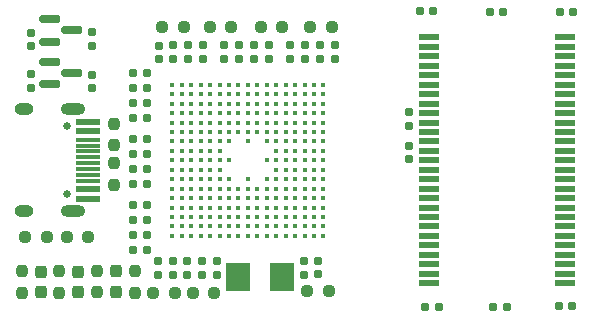
<source format=gts>
G04 #@! TF.GenerationSoftware,KiCad,Pcbnew,(6.0.11-0)*
G04 #@! TF.CreationDate,2023-03-08T20:48:50+08:00*
G04 #@! TF.ProjectId,slimarm_classic_2410,736c696d-6172-46d5-9f63-6c6173736963,rev?*
G04 #@! TF.SameCoordinates,Original*
G04 #@! TF.FileFunction,Soldermask,Top*
G04 #@! TF.FilePolarity,Negative*
%FSLAX46Y46*%
G04 Gerber Fmt 4.6, Leading zero omitted, Abs format (unit mm)*
G04 Created by KiCad (PCBNEW (6.0.11-0)) date 2023-03-08 20:48:50*
%MOMM*%
%LPD*%
G01*
G04 APERTURE LIST*
G04 Aperture macros list*
%AMRoundRect*
0 Rectangle with rounded corners*
0 $1 Rounding radius*
0 $2 $3 $4 $5 $6 $7 $8 $9 X,Y pos of 4 corners*
0 Add a 4 corners polygon primitive as box body*
4,1,4,$2,$3,$4,$5,$6,$7,$8,$9,$2,$3,0*
0 Add four circle primitives for the rounded corners*
1,1,$1+$1,$2,$3*
1,1,$1+$1,$4,$5*
1,1,$1+$1,$6,$7*
1,1,$1+$1,$8,$9*
0 Add four rect primitives between the rounded corners*
20,1,$1+$1,$2,$3,$4,$5,0*
20,1,$1+$1,$4,$5,$6,$7,0*
20,1,$1+$1,$6,$7,$8,$9,0*
20,1,$1+$1,$8,$9,$2,$3,0*%
G04 Aperture macros list end*
%ADD10RoundRect,0.150000X-0.739000X-0.150000X0.739000X-0.150000X0.739000X0.150000X-0.739000X0.150000X0*%
%ADD11RoundRect,0.155000X-0.155000X0.212500X-0.155000X-0.212500X0.155000X-0.212500X0.155000X0.212500X0*%
%ADD12RoundRect,0.155000X0.155000X-0.212500X0.155000X0.212500X-0.155000X0.212500X-0.155000X-0.212500X0*%
%ADD13RoundRect,0.155000X-0.212500X-0.155000X0.212500X-0.155000X0.212500X0.155000X-0.212500X0.155000X0*%
%ADD14C,0.410000*%
%ADD15C,0.650000*%
%ADD16R,2.000000X0.600000*%
%ADD17R,2.000000X0.300000*%
%ADD18R,1.450000X0.600000*%
%ADD19O,1.600000X1.000000*%
%ADD20O,2.100000X1.000000*%
%ADD21RoundRect,0.237500X-0.237500X0.287500X-0.237500X-0.287500X0.237500X-0.287500X0.237500X0.287500X0*%
%ADD22RoundRect,0.237500X0.250000X0.237500X-0.250000X0.237500X-0.250000X-0.237500X0.250000X-0.237500X0*%
%ADD23RoundRect,0.237500X-0.250000X-0.237500X0.250000X-0.237500X0.250000X0.237500X-0.250000X0.237500X0*%
%ADD24RoundRect,0.237500X0.237500X-0.250000X0.237500X0.250000X-0.237500X0.250000X-0.237500X-0.250000X0*%
%ADD25R,1.693800X0.508000*%
%ADD26RoundRect,0.155000X0.212500X0.155000X-0.212500X0.155000X-0.212500X-0.155000X0.212500X-0.155000X0*%
%ADD27RoundRect,0.237500X-0.237500X0.250000X-0.237500X-0.250000X0.237500X-0.250000X0.237500X0.250000X0*%
%ADD28R,2.000000X2.400000*%
G04 APERTURE END LIST*
D10*
G04 #@! TO.C,U3*
X15482500Y-19152600D03*
X15482500Y-21052600D03*
X17357500Y-20102600D03*
G04 #@! TD*
D11*
G04 #@! TO.C,C45*
X13920000Y-16685100D03*
X13920000Y-17820100D03*
G04 #@! TD*
G04 #@! TO.C,C21*
X24720000Y-17785100D03*
X24720000Y-18920100D03*
G04 #@! TD*
G04 #@! TO.C,C40*
X30218000Y-17763100D03*
X30218000Y-18898100D03*
G04 #@! TD*
D12*
G04 #@! TO.C,C35*
X38150000Y-37167500D03*
X38150000Y-36032500D03*
G04 #@! TD*
D13*
G04 #@! TO.C,C43*
X22538500Y-31284600D03*
X23673500Y-31284600D03*
G04 #@! TD*
D14*
G04 #@! TO.C,IC1*
X38650000Y-21100000D03*
X38650000Y-21900000D03*
X38650000Y-22700000D03*
X38650000Y-23500000D03*
X38650000Y-24300000D03*
X38650000Y-25100000D03*
X38650000Y-25900000D03*
X38650000Y-26700000D03*
X38650000Y-27500000D03*
X38650000Y-28300000D03*
X38650000Y-29100000D03*
X38650000Y-29900000D03*
X38650000Y-30700000D03*
X38650000Y-31500000D03*
X38650000Y-32300000D03*
X38650000Y-33100000D03*
X38650000Y-33900000D03*
X37850000Y-21100000D03*
X37850000Y-21900000D03*
X37850000Y-22700000D03*
X37850000Y-23500000D03*
X37850000Y-24300000D03*
X37850000Y-25100000D03*
X37850000Y-25900000D03*
X37850000Y-26700000D03*
X37850000Y-27500000D03*
X37850000Y-28300000D03*
X37850000Y-29100000D03*
X37850000Y-29900000D03*
X37850000Y-30700000D03*
X37850000Y-31500000D03*
X37850000Y-32300000D03*
X37850000Y-33100000D03*
X37850000Y-33900000D03*
X37050000Y-21100000D03*
X37050000Y-21900000D03*
X37050000Y-22700000D03*
X37050000Y-23500000D03*
X37050000Y-24300000D03*
X37050000Y-25100000D03*
X37050000Y-25900000D03*
X37050000Y-26700000D03*
X37050000Y-27500000D03*
X37050000Y-28300000D03*
X37050000Y-29100000D03*
X37050000Y-29900000D03*
X37050000Y-30700000D03*
X37050000Y-31500000D03*
X37050000Y-32300000D03*
X37050000Y-33100000D03*
X37050000Y-33900000D03*
X36250000Y-21100000D03*
X36250000Y-21900000D03*
X36250000Y-22700000D03*
X36250000Y-23500000D03*
X36250000Y-24300000D03*
X36250000Y-25100000D03*
X36250000Y-25900000D03*
X36250000Y-26700000D03*
X36250000Y-27500000D03*
X36250000Y-28300000D03*
X36250000Y-29100000D03*
X36250000Y-29900000D03*
X36250000Y-30700000D03*
X36250000Y-31500000D03*
X36250000Y-32300000D03*
X36250000Y-33100000D03*
X36250000Y-33900000D03*
X35450000Y-21100000D03*
X35450000Y-21900000D03*
X35450000Y-22700000D03*
X35450000Y-23500000D03*
X35450000Y-24300000D03*
X35450000Y-25100000D03*
X35450000Y-25900000D03*
X35450000Y-26700000D03*
X35450000Y-27500000D03*
X35450000Y-28300000D03*
X35450000Y-29100000D03*
X35450000Y-29900000D03*
X35450000Y-30700000D03*
X35450000Y-31500000D03*
X35450000Y-32300000D03*
X35450000Y-33100000D03*
X35450000Y-33900000D03*
X34650000Y-21100000D03*
X34650000Y-21900000D03*
X34650000Y-22700000D03*
X34650000Y-23500000D03*
X34650000Y-24300000D03*
X34650000Y-25100000D03*
X34650000Y-25900000D03*
X34650000Y-26700000D03*
X34650000Y-27500000D03*
X34650000Y-28300000D03*
X34650000Y-29100000D03*
X34650000Y-29900000D03*
X34650000Y-30700000D03*
X34650000Y-31500000D03*
X34650000Y-32300000D03*
X34650000Y-33100000D03*
X34650000Y-33900000D03*
X33850000Y-21100000D03*
X33850000Y-21900000D03*
X33850000Y-22700000D03*
X33850000Y-23500000D03*
X33850000Y-24300000D03*
X33850000Y-25100000D03*
X33850000Y-25900000D03*
X33850000Y-27500000D03*
X33850000Y-29100000D03*
X33850000Y-29900000D03*
X33850000Y-30700000D03*
X33850000Y-31500000D03*
X33850000Y-32300000D03*
X33850000Y-33100000D03*
X33850000Y-33900000D03*
X33050000Y-21100000D03*
X33050000Y-21900000D03*
X33050000Y-22700000D03*
X33050000Y-23500000D03*
X33050000Y-24300000D03*
X33050000Y-25100000D03*
X33050000Y-29900000D03*
X33050000Y-30700000D03*
X33050000Y-31500000D03*
X33050000Y-32300000D03*
X33050000Y-33100000D03*
X33050000Y-33900000D03*
X32250000Y-21100000D03*
X32250000Y-21900000D03*
X32250000Y-22700000D03*
X32250000Y-23500000D03*
X32250000Y-24300000D03*
X32250000Y-25100000D03*
X32250000Y-25900000D03*
X32250000Y-29100000D03*
X32250000Y-29900000D03*
X32250000Y-30700000D03*
X32250000Y-31500000D03*
X32250000Y-32300000D03*
X32250000Y-33100000D03*
X32250000Y-33900000D03*
X31450000Y-21100000D03*
X31450000Y-21900000D03*
X31450000Y-22700000D03*
X31450000Y-23500000D03*
X31450000Y-24300000D03*
X31450000Y-25100000D03*
X31450000Y-29900000D03*
X31450000Y-30700000D03*
X31450000Y-31500000D03*
X31450000Y-32300000D03*
X31450000Y-33100000D03*
X31450000Y-33900000D03*
X30650000Y-21100000D03*
X30650000Y-21900000D03*
X30650000Y-22700000D03*
X30650000Y-23500000D03*
X30650000Y-24300000D03*
X30650000Y-25100000D03*
X30650000Y-25900000D03*
X30650000Y-27500000D03*
X30650000Y-29100000D03*
X30650000Y-29900000D03*
X30650000Y-30700000D03*
X30650000Y-31500000D03*
X30650000Y-32300000D03*
X30650000Y-33100000D03*
X30650000Y-33900000D03*
X29850000Y-21100000D03*
X29850000Y-21900000D03*
X29850000Y-22700000D03*
X29850000Y-23500000D03*
X29850000Y-24300000D03*
X29850000Y-25100000D03*
X29850000Y-25900000D03*
X29850000Y-26700000D03*
X29850000Y-27500000D03*
X29850000Y-28300000D03*
X29850000Y-29100000D03*
X29850000Y-29900000D03*
X29850000Y-30700000D03*
X29850000Y-31500000D03*
X29850000Y-32300000D03*
X29850000Y-33100000D03*
X29850000Y-33900000D03*
X29050000Y-21100000D03*
X29050000Y-21900000D03*
X29050000Y-22700000D03*
X29050000Y-23500000D03*
X29050000Y-24300000D03*
X29050000Y-25100000D03*
X29050000Y-25900000D03*
X29050000Y-26700000D03*
X29050000Y-27500000D03*
X29050000Y-28300000D03*
X29050000Y-29100000D03*
X29050000Y-29900000D03*
X29050000Y-30700000D03*
X29050000Y-31500000D03*
X29050000Y-32300000D03*
X29050000Y-33100000D03*
X29050000Y-33900000D03*
X28250000Y-21100000D03*
X28250000Y-21900000D03*
X28250000Y-22700000D03*
X28250000Y-23500000D03*
X28250000Y-24300000D03*
X28250000Y-25100000D03*
X28250000Y-25900000D03*
X28250000Y-26700000D03*
X28250000Y-27500000D03*
X28250000Y-28300000D03*
X28250000Y-29100000D03*
X28250000Y-29900000D03*
X28250000Y-30700000D03*
X28250000Y-31500000D03*
X28250000Y-32300000D03*
X28250000Y-33100000D03*
X28250000Y-33900000D03*
X27450000Y-21100000D03*
X27450000Y-21900000D03*
X27450000Y-22700000D03*
X27450000Y-23500000D03*
X27450000Y-24300000D03*
X27450000Y-25100000D03*
X27450000Y-25900000D03*
X27450000Y-26700000D03*
X27450000Y-27500000D03*
X27450000Y-28300000D03*
X27450000Y-29100000D03*
X27450000Y-29900000D03*
X27450000Y-30700000D03*
X27450000Y-31500000D03*
X27450000Y-32300000D03*
X27450000Y-33100000D03*
X27450000Y-33900000D03*
X26650000Y-21100000D03*
X26650000Y-21900000D03*
X26650000Y-22700000D03*
X26650000Y-23500000D03*
X26650000Y-24300000D03*
X26650000Y-25100000D03*
X26650000Y-25900000D03*
X26650000Y-26700000D03*
X26650000Y-27500000D03*
X26650000Y-28300000D03*
X26650000Y-29100000D03*
X26650000Y-29900000D03*
X26650000Y-30700000D03*
X26650000Y-31500000D03*
X26650000Y-32300000D03*
X26650000Y-33100000D03*
X26650000Y-33900000D03*
X25850000Y-21100000D03*
X25850000Y-21900000D03*
X25850000Y-22700000D03*
X25850000Y-23500000D03*
X25850000Y-24300000D03*
X25850000Y-25100000D03*
X25850000Y-25900000D03*
X25850000Y-26700000D03*
X25850000Y-27500000D03*
X25850000Y-28300000D03*
X25850000Y-29100000D03*
X25850000Y-29900000D03*
X25850000Y-30700000D03*
X25850000Y-31500000D03*
X25850000Y-32300000D03*
X25850000Y-33100000D03*
X25850000Y-33900000D03*
G04 #@! TD*
D15*
G04 #@! TO.C,J1*
X16907500Y-24612600D03*
X16907500Y-30392600D03*
D16*
X18707500Y-24252600D03*
X18707500Y-25052600D03*
D17*
X18707500Y-26252600D03*
X18707500Y-27252600D03*
X18707500Y-27752600D03*
X18707500Y-28752600D03*
D16*
X18707500Y-29952600D03*
X18707500Y-30752600D03*
X18707500Y-30752600D03*
D18*
X18707500Y-29952600D03*
D17*
X18707500Y-29252600D03*
X18707500Y-28252600D03*
X18707500Y-26752600D03*
X18707500Y-25752600D03*
D18*
X18707500Y-25052600D03*
X18807500Y-24252600D03*
D19*
X13257500Y-31822600D03*
D20*
X17437500Y-23182600D03*
X17437500Y-31822600D03*
D19*
X13257500Y-23182600D03*
G04 #@! TD*
D21*
G04 #@! TO.C,D2*
X21100000Y-36900000D03*
X21100000Y-38650000D03*
G04 #@! TD*
D11*
G04 #@! TO.C,C18*
X38346000Y-17763100D03*
X38346000Y-18898100D03*
G04 #@! TD*
G04 #@! TO.C,C28*
X28440000Y-17763100D03*
X28440000Y-18898100D03*
G04 #@! TD*
D13*
G04 #@! TO.C,C26*
X58682500Y-14950000D03*
X59817500Y-14950000D03*
G04 #@! TD*
D11*
G04 #@! TO.C,C30*
X27170000Y-17763100D03*
X27170000Y-18898100D03*
G04 #@! TD*
D12*
G04 #@! TO.C,C8*
X19043200Y-17808900D03*
X19043200Y-16673900D03*
G04 #@! TD*
D13*
G04 #@! TO.C,C25*
X52732500Y-14950000D03*
X53867500Y-14950000D03*
G04 #@! TD*
D22*
G04 #@! TO.C,R3*
X26062500Y-38700000D03*
X24237500Y-38700000D03*
G04 #@! TD*
D12*
G04 #@! TO.C,C15*
X45900000Y-24567500D03*
X45900000Y-23432500D03*
G04 #@! TD*
D13*
G04 #@! TO.C,C41*
X22538500Y-20108600D03*
X23673500Y-20108600D03*
G04 #@! TD*
D11*
G04 #@! TO.C,C24*
X39616000Y-17763100D03*
X39616000Y-18898100D03*
G04 #@! TD*
D22*
G04 #@! TO.C,R14*
X30832500Y-16252600D03*
X29007500Y-16252600D03*
G04 #@! TD*
D12*
G04 #@! TO.C,C12*
X36999998Y-37190832D03*
X36999998Y-36055832D03*
G04 #@! TD*
D22*
G04 #@! TO.C,R9*
X18732500Y-34002600D03*
X16907500Y-34002600D03*
G04 #@! TD*
D12*
G04 #@! TO.C,C7*
X19094000Y-21417600D03*
X19094000Y-20282600D03*
G04 #@! TD*
D13*
G04 #@! TO.C,C38*
X22538500Y-33824600D03*
X23673500Y-33824600D03*
G04 #@! TD*
D21*
G04 #@! TO.C,D3*
X14700000Y-36925000D03*
X14700000Y-38675000D03*
G04 #@! TD*
D11*
G04 #@! TO.C,C22*
X37076000Y-17763100D03*
X37076000Y-18898100D03*
G04 #@! TD*
D10*
G04 #@! TO.C,U2*
X15482500Y-15552600D03*
X15482500Y-17452600D03*
X17357500Y-16502600D03*
G04 #@! TD*
D11*
G04 #@! TO.C,C39*
X31488000Y-17763100D03*
X31488000Y-18898100D03*
G04 #@! TD*
D23*
G04 #@! TO.C,R8*
X13407500Y-34002600D03*
X15232500Y-34002600D03*
G04 #@! TD*
D22*
G04 #@! TO.C,R13*
X29412500Y-38700000D03*
X27587500Y-38700000D03*
G04 #@! TD*
D13*
G04 #@! TO.C,C3*
X46782500Y-14900000D03*
X47917500Y-14900000D03*
G04 #@! TD*
D24*
G04 #@! TO.C,R11*
X20894100Y-26212500D03*
X20894100Y-24387500D03*
G04 #@! TD*
D11*
G04 #@! TO.C,C32*
X45900000Y-26282500D03*
X45900000Y-27417500D03*
G04 #@! TD*
D25*
G04 #@! TO.C,U4*
X47609600Y-17098700D03*
X47609600Y-17898800D03*
X47609600Y-18698900D03*
X47609600Y-19499000D03*
X47609600Y-20299100D03*
X47609600Y-21099200D03*
X47609600Y-21899300D03*
X47609600Y-22699400D03*
X47609600Y-23499500D03*
X47609600Y-24299600D03*
X47609600Y-25099700D03*
X47609600Y-25899800D03*
X47609600Y-26699900D03*
X47609600Y-27500000D03*
X47609600Y-28300100D03*
X47609600Y-29100200D03*
X47609600Y-29900300D03*
X47609600Y-30700400D03*
X47609600Y-31500500D03*
X47609600Y-32300600D03*
X47609600Y-33100700D03*
X47609600Y-33900800D03*
X47609600Y-34700900D03*
X47609600Y-35501000D03*
X47609600Y-36301100D03*
X47609600Y-37101200D03*
X47609600Y-37901300D03*
X59090400Y-37901300D03*
X59090400Y-37101200D03*
X59090400Y-36301100D03*
X59090400Y-35501000D03*
X59090400Y-34700900D03*
X59090400Y-33900800D03*
X59090400Y-33100700D03*
X59090400Y-32300600D03*
X59090400Y-31500500D03*
X59090400Y-30700400D03*
X59090400Y-29900300D03*
X59090400Y-29100200D03*
X59090400Y-28300100D03*
X59090400Y-27500000D03*
X59090400Y-26699900D03*
X59090400Y-25899800D03*
X59090400Y-25099700D03*
X59090400Y-24299600D03*
X59090400Y-23499500D03*
X59090400Y-22699400D03*
X59090400Y-21899300D03*
X59090400Y-21099200D03*
X59090400Y-20299100D03*
X59090400Y-19499000D03*
X59090400Y-18698900D03*
X59090400Y-17898800D03*
X59090400Y-17098700D03*
G04 #@! TD*
D13*
G04 #@! TO.C,C37*
X22538500Y-32554600D03*
X23673500Y-32554600D03*
G04 #@! TD*
G04 #@! TO.C,C29*
X22538500Y-29506600D03*
X23673500Y-29506600D03*
G04 #@! TD*
D12*
G04 #@! TO.C,C42*
X24630000Y-37186100D03*
X24630000Y-36051100D03*
G04 #@! TD*
D26*
G04 #@! TO.C,C10*
X48397500Y-39890000D03*
X47262500Y-39890000D03*
G04 #@! TD*
D11*
G04 #@! TO.C,C46*
X34028000Y-17763100D03*
X34028000Y-18898100D03*
G04 #@! TD*
D23*
G04 #@! TO.C,R15*
X25015100Y-16252600D03*
X26840100Y-16252600D03*
G04 #@! TD*
D13*
G04 #@! TO.C,C31*
X22538500Y-28236600D03*
X23673500Y-28236600D03*
G04 #@! TD*
D11*
G04 #@! TO.C,C19*
X25900000Y-17763100D03*
X25900000Y-18898100D03*
G04 #@! TD*
G04 #@! TO.C,C2*
X27130000Y-36051100D03*
X27130000Y-37186100D03*
G04 #@! TD*
D13*
G04 #@! TO.C,C13*
X53032500Y-39900000D03*
X54167500Y-39900000D03*
G04 #@! TD*
D23*
G04 #@! TO.C,R2*
X37287500Y-38550000D03*
X39112500Y-38550000D03*
G04 #@! TD*
D13*
G04 #@! TO.C,C9*
X22538500Y-35094600D03*
X23673500Y-35094600D03*
G04 #@! TD*
G04 #@! TO.C,C33*
X22538500Y-22648600D03*
X23673500Y-22648600D03*
G04 #@! TD*
D21*
G04 #@! TO.C,D1*
X17900000Y-36925000D03*
X17900000Y-38675000D03*
G04 #@! TD*
D11*
G04 #@! TO.C,C14*
X13920000Y-20234300D03*
X13920000Y-21369300D03*
G04 #@! TD*
D27*
G04 #@! TO.C,R10*
X20900000Y-27739100D03*
X20900000Y-29564100D03*
G04 #@! TD*
D11*
G04 #@! TO.C,C47*
X32758000Y-17763100D03*
X32758000Y-18898100D03*
G04 #@! TD*
G04 #@! TO.C,C23*
X35806000Y-17763100D03*
X35806000Y-18898100D03*
G04 #@! TD*
G04 #@! TO.C,C1*
X28400000Y-36051100D03*
X28400000Y-37186100D03*
G04 #@! TD*
D28*
G04 #@! TO.C,Y1*
X31450000Y-37400000D03*
X35150000Y-37400000D03*
G04 #@! TD*
D13*
G04 #@! TO.C,C27*
X58600000Y-39800000D03*
X59735000Y-39800000D03*
G04 #@! TD*
D24*
G04 #@! TO.C,R1*
X22700000Y-38712500D03*
X22700000Y-36887500D03*
G04 #@! TD*
D12*
G04 #@! TO.C,C6*
X29633998Y-37190832D03*
X29633998Y-36055832D03*
G04 #@! TD*
D27*
G04 #@! TO.C,R5*
X19500000Y-36862500D03*
X19500000Y-38687500D03*
G04 #@! TD*
D13*
G04 #@! TO.C,C34*
X22538500Y-23918600D03*
X23673500Y-23918600D03*
G04 #@! TD*
D22*
G04 #@! TO.C,R17*
X39332500Y-16252600D03*
X37507500Y-16252600D03*
G04 #@! TD*
D27*
G04 #@! TO.C,R6*
X13100000Y-36887500D03*
X13100000Y-38712500D03*
G04 #@! TD*
D13*
G04 #@! TO.C,C20*
X22538500Y-26966600D03*
X23673500Y-26966600D03*
G04 #@! TD*
D12*
G04 #@! TO.C,C36*
X25900000Y-37186100D03*
X25900000Y-36051100D03*
G04 #@! TD*
D13*
G04 #@! TO.C,C4*
X22538500Y-25696600D03*
X23673500Y-25696600D03*
G04 #@! TD*
G04 #@! TO.C,C44*
X22538500Y-21378600D03*
X23673500Y-21378600D03*
G04 #@! TD*
D27*
G04 #@! TO.C,R4*
X16300000Y-36887500D03*
X16300000Y-38712500D03*
G04 #@! TD*
D22*
G04 #@! TO.C,R16*
X35170000Y-16252600D03*
X33345000Y-16252600D03*
G04 #@! TD*
M02*

</source>
